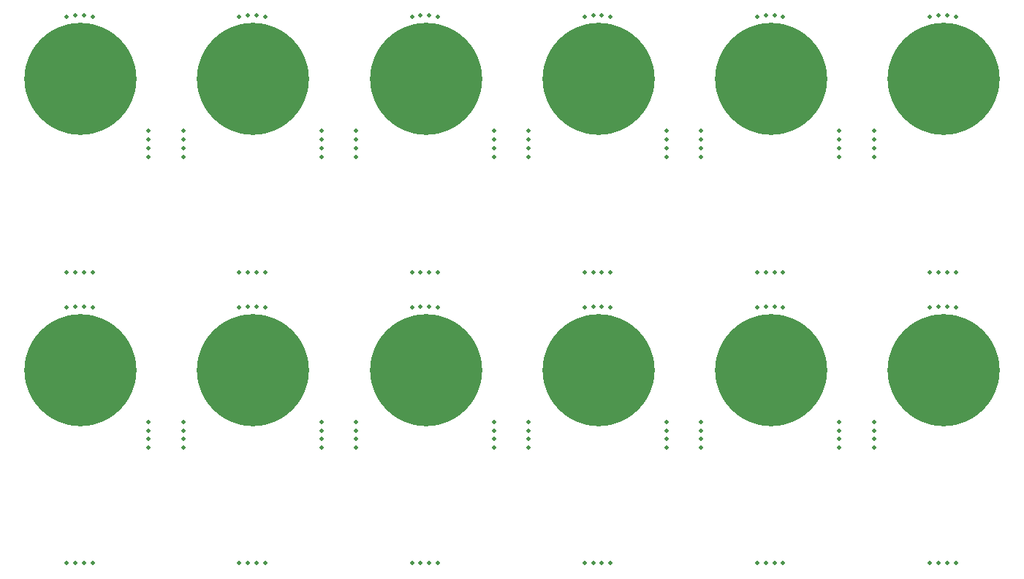
<source format=gbr>
%TF.GenerationSoftware,KiCad,Pcbnew,7.0.5*%
%TF.CreationDate,2024-01-10T15:42:08+00:00*%
%TF.ProjectId,TemperaturePCB_PANEL,54656d70-6572-4617-9475-72655043425f,rev?*%
%TF.SameCoordinates,Original*%
%TF.FileFunction,Soldermask,Bot*%
%TF.FilePolarity,Negative*%
%FSLAX46Y46*%
G04 Gerber Fmt 4.6, Leading zero omitted, Abs format (unit mm)*
G04 Created by KiCad (PCBNEW 7.0.5) date 2024-01-10 15:42:08*
%MOMM*%
%LPD*%
G01*
G04 APERTURE LIST*
%ADD10C,0.500000*%
%ADD11C,0.900000*%
%ADD12C,13.000000*%
G04 APERTURE END LIST*
D10*
%TO.C,KiKit_MB_42_3*%
X190500000Y-74123756D03*
%TD*%
%TO.C,KiKit_MB_31_3*%
X146500000Y-75123756D03*
%TD*%
%TO.C,KiKit_MB_31_2*%
X146500000Y-74123756D03*
%TD*%
%TO.C,KiKit_MB_39_3*%
X186500000Y-75123756D03*
%TD*%
%TO.C,KiKit_MB_16_1*%
X170500000Y-42373756D03*
%TD*%
%TO.C,KiKit_MB_23_1*%
X106500000Y-73123756D03*
%TD*%
%TO.C,KiKit_MB_13_3*%
X166500000Y-41373756D03*
%TD*%
%TO.C,KiKit_MB_7_3*%
X118000000Y-55747513D03*
%TD*%
%TO.C,KiKit_MB_10_4*%
X140000000Y-26141453D03*
%TD*%
%TO.C,KiKit_MB_16_2*%
X170500000Y-41373756D03*
%TD*%
%TO.C,KiKit_MB_37_1*%
X160000000Y-89497513D03*
%TD*%
%TO.C,KiKit_MB_20_2*%
X190500000Y-41373756D03*
%TD*%
%TO.C,KiKit_MB_10_1*%
X137000000Y-26141453D03*
%TD*%
%TO.C,KiKit_MB_10_2*%
X137997319Y-26015134D03*
%TD*%
%TO.C,KiKit_MB_33_2*%
X139000000Y-89497513D03*
%TD*%
%TO.C,KiKit_MB_32_3*%
X139002680Y-59765133D03*
%TD*%
%TO.C,KiKit_MB_36_1*%
X157000000Y-59891452D03*
%TD*%
%TO.C,KiKit_MB_28_4*%
X120000000Y-59891452D03*
%TD*%
%TO.C,KiKit_MB_29_3*%
X118000000Y-89497513D03*
%TD*%
%TO.C,KiKit_MB_1_4*%
X106500000Y-42373756D03*
%TD*%
%TO.C,KiKit_MB_17_4*%
X186500000Y-42373756D03*
%TD*%
%TO.C,KiKit_MB_39_2*%
X186500000Y-74123756D03*
%TD*%
%TO.C,KiKit_MB_31_1*%
X146500000Y-73123756D03*
%TD*%
%TO.C,KiKit_MB_14_1*%
X157000000Y-26141453D03*
%TD*%
%TO.C,KiKit_MB_18_2*%
X177997319Y-26015134D03*
%TD*%
%TO.C,KiKit_MB_10_3*%
X139002680Y-26015134D03*
%TD*%
%TO.C,KiKit_MB_12_1*%
X150500000Y-42373756D03*
%TD*%
%TO.C,KiKit_MB_43_1*%
X197000000Y-59891452D03*
%TD*%
%TO.C,KiKit_MB_8_1*%
X130500000Y-42373756D03*
%TD*%
%TO.C,KiKit_MB_35_1*%
X166500000Y-73123756D03*
%TD*%
%TO.C,KiKit_MB_11_3*%
X138000000Y-55747513D03*
%TD*%
%TO.C,KiKit_MB_25_2*%
X99000000Y-89497513D03*
%TD*%
%TO.C,KiKit_MB_28_2*%
X117997319Y-59765133D03*
%TD*%
%TO.C,KiKit_MB_39_1*%
X186500000Y-73123756D03*
%TD*%
D11*
%TO.C,H1*%
X113730887Y-67103400D03*
X115158741Y-63656254D03*
X115158741Y-70550546D03*
X118605887Y-62228400D03*
D12*
X118605887Y-67103400D03*
D11*
X118605887Y-71978400D03*
X122053033Y-63656254D03*
X122053033Y-70550546D03*
X123480887Y-67103400D03*
%TD*%
D10*
%TO.C,KiKit_MB_35_3*%
X166500000Y-75123756D03*
%TD*%
%TO.C,KiKit_MB_2_3*%
X99002680Y-26015134D03*
%TD*%
%TO.C,KiKit_MB_18_1*%
X177000000Y-26141453D03*
%TD*%
%TO.C,KiKit_MB_17_2*%
X186500000Y-40373757D03*
%TD*%
%TO.C,KiKit_MB_33_3*%
X138000000Y-89497513D03*
%TD*%
D11*
%TO.C,H1*%
X153730887Y-33353400D03*
X155158741Y-29906254D03*
X155158741Y-36800546D03*
X158605887Y-28478400D03*
D12*
X158605887Y-33353400D03*
D11*
X158605887Y-38228400D03*
X162053033Y-29906254D03*
X162053033Y-36800546D03*
X163480887Y-33353400D03*
%TD*%
D10*
%TO.C,KiKit_MB_7_1*%
X120000000Y-55747513D03*
%TD*%
%TO.C,KiKit_MB_44_4*%
X197000000Y-89497513D03*
%TD*%
%TO.C,KiKit_MB_4_4*%
X110500000Y-39373757D03*
%TD*%
%TO.C,KiKit_MB_7_2*%
X119000000Y-55747513D03*
%TD*%
%TO.C,KiKit_MB_26_3*%
X110500000Y-74123756D03*
%TD*%
%TO.C,KiKit_MB_20_4*%
X190500000Y-39373757D03*
%TD*%
%TO.C,KiKit_MB_12_2*%
X150500000Y-41373756D03*
%TD*%
%TO.C,KiKit_MB_44_3*%
X198000000Y-89497513D03*
%TD*%
%TO.C,KiKit_MB_25_4*%
X97000000Y-89497513D03*
%TD*%
%TO.C,KiKit_MB_23_3*%
X106500000Y-75123756D03*
%TD*%
%TO.C,KiKit_MB_22_4*%
X197000000Y-55747513D03*
%TD*%
%TO.C,KiKit_MB_30_4*%
X130500000Y-73123756D03*
%TD*%
%TO.C,KiKit_MB_30_2*%
X130500000Y-75123756D03*
%TD*%
%TO.C,KiKit_MB_11_2*%
X139000000Y-55747513D03*
%TD*%
%TO.C,KiKit_MB_9_1*%
X146500000Y-39373757D03*
%TD*%
%TO.C,KiKit_MB_41_1*%
X180000000Y-89497513D03*
%TD*%
D11*
%TO.C,H1*%
X173730887Y-33353400D03*
X175158741Y-29906254D03*
X175158741Y-36800546D03*
X178605887Y-28478400D03*
D12*
X178605887Y-33353400D03*
D11*
X178605887Y-38228400D03*
X182053033Y-29906254D03*
X182053033Y-36800546D03*
X183480887Y-33353400D03*
%TD*%
D10*
%TO.C,KiKit_MB_9_2*%
X146500000Y-40373757D03*
%TD*%
D11*
%TO.C,H1*%
X173730887Y-67103400D03*
X175158741Y-63656254D03*
X175158741Y-70550546D03*
X178605887Y-62228400D03*
D12*
X178605887Y-67103400D03*
D11*
X178605887Y-71978400D03*
X182053033Y-63656254D03*
X182053033Y-70550546D03*
X183480887Y-67103400D03*
%TD*%
D10*
%TO.C,KiKit_MB_4_3*%
X110500000Y-40373757D03*
%TD*%
%TO.C,KiKit_MB_40_3*%
X179002680Y-59765133D03*
%TD*%
%TO.C,KiKit_MB_15_4*%
X157000000Y-55747513D03*
%TD*%
%TO.C,KiKit_MB_38_1*%
X170500000Y-76123756D03*
%TD*%
%TO.C,KiKit_MB_34_1*%
X150500000Y-76123756D03*
%TD*%
%TO.C,KiKit_MB_38_3*%
X170500000Y-74123756D03*
%TD*%
D11*
%TO.C,H1*%
X93730887Y-33353400D03*
X95158741Y-29906254D03*
X95158741Y-36800546D03*
X98605887Y-28478400D03*
D12*
X98605887Y-33353400D03*
D11*
X98605887Y-38228400D03*
X102053033Y-29906254D03*
X102053033Y-36800546D03*
X103480887Y-33353400D03*
%TD*%
D10*
%TO.C,KiKit_MB_28_3*%
X119002680Y-59765133D03*
%TD*%
%TO.C,KiKit_MB_43_3*%
X199002680Y-59765133D03*
%TD*%
%TO.C,KiKit_MB_22_2*%
X199000000Y-55747513D03*
%TD*%
%TO.C,KiKit_MB_18_3*%
X179002680Y-26015134D03*
%TD*%
%TO.C,KiKit_MB_35_2*%
X166500000Y-74123756D03*
%TD*%
%TO.C,KiKit_MB_43_2*%
X197997319Y-59765133D03*
%TD*%
%TO.C,KiKit_MB_18_4*%
X180000000Y-26141453D03*
%TD*%
D11*
%TO.C,H1*%
X193730887Y-33353400D03*
X195158741Y-29906254D03*
X195158741Y-36800546D03*
X198605887Y-28478400D03*
D12*
X198605887Y-33353400D03*
D11*
X198605887Y-38228400D03*
X202053033Y-29906254D03*
X202053033Y-36800546D03*
X203480887Y-33353400D03*
%TD*%
D10*
%TO.C,KiKit_MB_24_3*%
X99002680Y-59765133D03*
%TD*%
%TO.C,KiKit_MB_1_1*%
X106500000Y-39373757D03*
%TD*%
%TO.C,KiKit_MB_32_4*%
X140000000Y-59891452D03*
%TD*%
%TO.C,KiKit_MB_41_3*%
X178000000Y-89497513D03*
%TD*%
%TO.C,KiKit_MB_29_4*%
X117000000Y-89497513D03*
%TD*%
%TO.C,KiKit_MB_13_2*%
X166500000Y-40373757D03*
%TD*%
%TO.C,KiKit_MB_1_2*%
X106500000Y-40373757D03*
%TD*%
%TO.C,KiKit_MB_30_3*%
X130500000Y-74123756D03*
%TD*%
%TO.C,KiKit_MB_3_2*%
X99000000Y-55747513D03*
%TD*%
%TO.C,KiKit_MB_41_2*%
X179000000Y-89497513D03*
%TD*%
%TO.C,KiKit_MB_36_3*%
X159002680Y-59765133D03*
%TD*%
%TO.C,KiKit_MB_8_4*%
X130500000Y-39373757D03*
%TD*%
%TO.C,KiKit_MB_23_4*%
X106500000Y-76123756D03*
%TD*%
%TO.C,KiKit_MB_26_4*%
X110500000Y-73123756D03*
%TD*%
%TO.C,KiKit_MB_40_1*%
X177000000Y-59891452D03*
%TD*%
%TO.C,KiKit_MB_25_1*%
X100000000Y-89497513D03*
%TD*%
%TO.C,KiKit_MB_6_2*%
X117997319Y-26015134D03*
%TD*%
%TO.C,KiKit_MB_3_4*%
X97000000Y-55747513D03*
%TD*%
D11*
%TO.C,H1*%
X193730887Y-67103400D03*
X195158741Y-63656254D03*
X195158741Y-70550546D03*
X198605887Y-62228400D03*
D12*
X198605887Y-67103400D03*
D11*
X198605887Y-71978400D03*
X202053033Y-63656254D03*
X202053033Y-70550546D03*
X203480887Y-67103400D03*
%TD*%
D10*
%TO.C,KiKit_MB_15_1*%
X160000000Y-55747513D03*
%TD*%
%TO.C,KiKit_MB_29_1*%
X120000000Y-89497513D03*
%TD*%
%TO.C,KiKit_MB_20_3*%
X190500000Y-40373757D03*
%TD*%
%TO.C,KiKit_MB_19_2*%
X179000000Y-55747513D03*
%TD*%
%TO.C,KiKit_MB_44_1*%
X200000000Y-89497513D03*
%TD*%
%TO.C,KiKit_MB_38_2*%
X170500000Y-75123756D03*
%TD*%
%TO.C,KiKit_MB_1_3*%
X106500000Y-41373756D03*
%TD*%
%TO.C,KiKit_MB_27_4*%
X126500000Y-76123756D03*
%TD*%
%TO.C,KiKit_MB_35_4*%
X166500000Y-76123756D03*
%TD*%
%TO.C,KiKit_MB_40_4*%
X180000000Y-59891452D03*
%TD*%
D11*
%TO.C,H1*%
X133730887Y-33353400D03*
X135158741Y-29906254D03*
X135158741Y-36800546D03*
X138605887Y-28478400D03*
D12*
X138605887Y-33353400D03*
D11*
X138605887Y-38228400D03*
X142053033Y-29906254D03*
X142053033Y-36800546D03*
X143480887Y-33353400D03*
%TD*%
D10*
%TO.C,KiKit_MB_5_2*%
X126500000Y-40373757D03*
%TD*%
%TO.C,KiKit_MB_37_3*%
X158000000Y-89497513D03*
%TD*%
%TO.C,KiKit_MB_27_1*%
X126500000Y-73123756D03*
%TD*%
%TO.C,KiKit_MB_16_4*%
X170500000Y-39373757D03*
%TD*%
%TO.C,KiKit_MB_31_4*%
X146500000Y-76123756D03*
%TD*%
%TO.C,KiKit_MB_3_3*%
X98000000Y-55747513D03*
%TD*%
%TO.C,KiKit_MB_9_3*%
X146500000Y-41373756D03*
%TD*%
%TO.C,KiKit_MB_27_3*%
X126500000Y-75123756D03*
%TD*%
%TO.C,KiKit_MB_37_2*%
X159000000Y-89497513D03*
%TD*%
%TO.C,KiKit_MB_43_4*%
X200000000Y-59891452D03*
%TD*%
%TO.C,KiKit_MB_27_2*%
X126500000Y-74123756D03*
%TD*%
%TO.C,KiKit_MB_34_2*%
X150500000Y-75123756D03*
%TD*%
%TO.C,KiKit_MB_17_3*%
X186500000Y-41373756D03*
%TD*%
%TO.C,KiKit_MB_4_2*%
X110500000Y-41373756D03*
%TD*%
%TO.C,KiKit_MB_11_1*%
X140000000Y-55747513D03*
%TD*%
%TO.C,KiKit_MB_8_3*%
X130500000Y-40373757D03*
%TD*%
%TO.C,KiKit_MB_33_4*%
X137000000Y-89497513D03*
%TD*%
%TO.C,KiKit_MB_13_4*%
X166500000Y-42373756D03*
%TD*%
%TO.C,KiKit_MB_38_4*%
X170500000Y-73123756D03*
%TD*%
%TO.C,KiKit_MB_12_3*%
X150500000Y-40373757D03*
%TD*%
%TO.C,KiKit_MB_36_4*%
X160000000Y-59891452D03*
%TD*%
%TO.C,KiKit_MB_29_2*%
X119000000Y-89497513D03*
%TD*%
%TO.C,KiKit_MB_21_2*%
X197997319Y-26015134D03*
%TD*%
%TO.C,KiKit_MB_24_4*%
X99999999Y-59891452D03*
%TD*%
%TO.C,KiKit_MB_28_1*%
X117000000Y-59891452D03*
%TD*%
%TO.C,KiKit_MB_32_1*%
X137000000Y-59891452D03*
%TD*%
%TO.C,KiKit_MB_14_3*%
X159002680Y-26015134D03*
%TD*%
%TO.C,KiKit_MB_16_3*%
X170500000Y-40373757D03*
%TD*%
%TO.C,KiKit_MB_44_2*%
X199000000Y-89497513D03*
%TD*%
%TO.C,KiKit_MB_34_4*%
X150500000Y-73123756D03*
%TD*%
%TO.C,KiKit_MB_19_3*%
X178000000Y-55747513D03*
%TD*%
%TO.C,KiKit_MB_2_2*%
X97997320Y-26015134D03*
%TD*%
D11*
%TO.C,H1*%
X113730887Y-33353400D03*
X115158741Y-29906254D03*
X115158741Y-36800546D03*
X118605887Y-28478400D03*
D12*
X118605887Y-33353400D03*
D11*
X118605887Y-38228400D03*
X122053033Y-29906254D03*
X122053033Y-36800546D03*
X123480887Y-33353400D03*
%TD*%
D10*
%TO.C,KiKit_MB_41_4*%
X177000000Y-89497513D03*
%TD*%
%TO.C,KiKit_MB_5_1*%
X126500000Y-39373757D03*
%TD*%
%TO.C,KiKit_MB_13_1*%
X166500000Y-39373757D03*
%TD*%
%TO.C,KiKit_MB_6_3*%
X119002680Y-26015134D03*
%TD*%
%TO.C,KiKit_MB_26_1*%
X110500000Y-76123756D03*
%TD*%
%TO.C,KiKit_MB_20_1*%
X190500000Y-42373756D03*
%TD*%
%TO.C,KiKit_MB_17_1*%
X186500000Y-39373757D03*
%TD*%
%TO.C,KiKit_MB_11_4*%
X137000000Y-55747513D03*
%TD*%
%TO.C,KiKit_MB_36_2*%
X157997319Y-59765133D03*
%TD*%
D11*
%TO.C,H1*%
X153730887Y-67103400D03*
X155158741Y-63656254D03*
X155158741Y-70550546D03*
X158605887Y-62228400D03*
D12*
X158605887Y-67103400D03*
D11*
X158605887Y-71978400D03*
X162053033Y-63656254D03*
X162053033Y-70550546D03*
X163480887Y-67103400D03*
%TD*%
D10*
%TO.C,KiKit_MB_2_1*%
X97000000Y-26141453D03*
%TD*%
%TO.C,KiKit_MB_21_3*%
X199002680Y-26015134D03*
%TD*%
%TO.C,KiKit_MB_5_3*%
X126500000Y-41373756D03*
%TD*%
%TO.C,KiKit_MB_22_1*%
X200000000Y-55747513D03*
%TD*%
%TO.C,KiKit_MB_8_2*%
X130500000Y-41373756D03*
%TD*%
%TO.C,KiKit_MB_23_2*%
X106500000Y-74123756D03*
%TD*%
%TO.C,KiKit_MB_22_3*%
X198000000Y-55747513D03*
%TD*%
%TO.C,KiKit_MB_15_3*%
X158000000Y-55747513D03*
%TD*%
%TO.C,KiKit_MB_39_4*%
X186500000Y-76123756D03*
%TD*%
%TO.C,KiKit_MB_6_1*%
X117000000Y-26141453D03*
%TD*%
%TO.C,KiKit_MB_26_2*%
X110500000Y-75123756D03*
%TD*%
%TO.C,KiKit_MB_32_2*%
X137997319Y-59765133D03*
%TD*%
%TO.C,KiKit_MB_21_4*%
X200000000Y-26141453D03*
%TD*%
%TO.C,KiKit_MB_5_4*%
X126500000Y-42373756D03*
%TD*%
%TO.C,KiKit_MB_30_1*%
X130500000Y-76123756D03*
%TD*%
%TO.C,KiKit_MB_24_2*%
X97997320Y-59765133D03*
%TD*%
%TO.C,KiKit_MB_19_1*%
X180000000Y-55747513D03*
%TD*%
%TO.C,KiKit_MB_14_4*%
X160000000Y-26141453D03*
%TD*%
%TO.C,KiKit_MB_40_2*%
X177997319Y-59765133D03*
%TD*%
%TO.C,KiKit_MB_3_1*%
X100000000Y-55747513D03*
%TD*%
%TO.C,KiKit_MB_9_4*%
X146500000Y-42373756D03*
%TD*%
%TO.C,KiKit_MB_25_3*%
X98000000Y-89497513D03*
%TD*%
%TO.C,KiKit_MB_6_4*%
X120000000Y-26141453D03*
%TD*%
%TO.C,KiKit_MB_19_4*%
X177000000Y-55747513D03*
%TD*%
%TO.C,KiKit_MB_42_2*%
X190500000Y-75123756D03*
%TD*%
%TO.C,KiKit_MB_37_4*%
X157000000Y-89497513D03*
%TD*%
%TO.C,KiKit_MB_34_3*%
X150500000Y-74123756D03*
%TD*%
%TO.C,KiKit_MB_15_2*%
X159000000Y-55747513D03*
%TD*%
D11*
%TO.C,H1*%
X133730887Y-67103400D03*
X135158741Y-63656254D03*
X135158741Y-70550546D03*
X138605887Y-62228400D03*
D12*
X138605887Y-67103400D03*
D11*
X138605887Y-71978400D03*
X142053033Y-63656254D03*
X142053033Y-70550546D03*
X143480887Y-67103400D03*
%TD*%
D10*
%TO.C,KiKit_MB_42_1*%
X190500000Y-76123756D03*
%TD*%
%TO.C,KiKit_MB_7_4*%
X117000000Y-55747513D03*
%TD*%
D11*
%TO.C,H1*%
X93730887Y-67103400D03*
X95158741Y-63656254D03*
X95158741Y-70550546D03*
X98605887Y-62228400D03*
D12*
X98605887Y-67103400D03*
D11*
X98605887Y-71978400D03*
X102053033Y-63656254D03*
X102053033Y-70550546D03*
X103480887Y-67103400D03*
%TD*%
D10*
%TO.C,KiKit_MB_42_4*%
X190500000Y-73123756D03*
%TD*%
%TO.C,KiKit_MB_12_4*%
X150500000Y-39373757D03*
%TD*%
%TO.C,KiKit_MB_24_1*%
X97000000Y-59891452D03*
%TD*%
%TO.C,KiKit_MB_4_1*%
X110500000Y-42373756D03*
%TD*%
%TO.C,KiKit_MB_14_2*%
X157997319Y-26015134D03*
%TD*%
%TO.C,KiKit_MB_2_4*%
X99999999Y-26141453D03*
%TD*%
%TO.C,KiKit_MB_33_1*%
X140000000Y-89497513D03*
%TD*%
%TO.C,KiKit_MB_21_1*%
X197000000Y-26141453D03*
%TD*%
M02*

</source>
